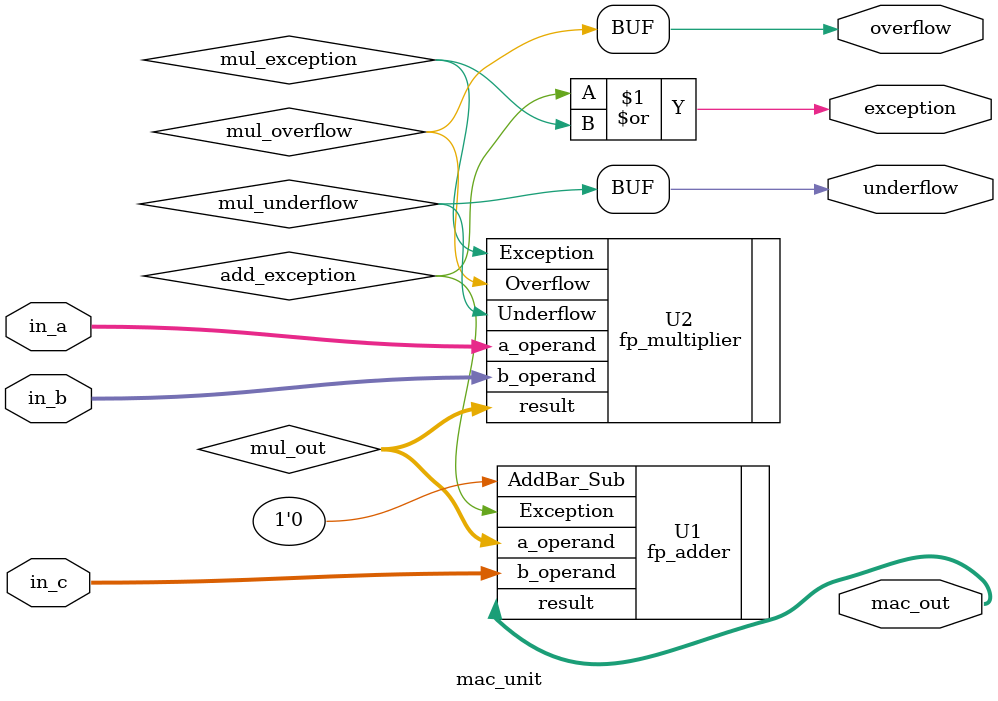
<source format=v>


module mac_unit #(
parameter BIT_WIDTH = 16,
parameter SIGN_WIDTH = 1,
parameter EXP_WIDTH = 8,
parameter MANT_WIDTH = 7,
parameter TRUNC_MANTISSA_MBM_BITS = 6
) (
	input     [BIT_WIDTH - 1:0] in_a, // multiplier input1
	input     [BIT_WIDTH - 1:0] in_b, // multiplier input2
	input     [BIT_WIDTH - 1:0] in_c, // adder input2 ; adder input1 = in_a*in_b
	output    [BIT_WIDTH - 1:0] mac_out,
	output						exception, overflow, underflow
);

	wire [BIT_WIDTH - 1:0]	mul_out;
	wire add_exception, mul_exception, mul_overflow, mul_underflow;

	fp_adder #(
		.BIT_WIDTH		(BIT_WIDTH),
		.EXP_WIDTH		(EXP_WIDTH),
		.MANT_WIDTH		(MANT_WIDTH)
	) U1 (
		.a_operand		(mul_out),
		.b_operand		(in_c),
		.AddBar_Sub		(1'b0),
		.Exception		(add_exception),
		.result			(mac_out)
	);

	fp_multiplier #(
		.BIT_WIDTH					(BIT_WIDTH),
		.EXP_WIDTH					(EXP_WIDTH),
		.MANT_WIDTH					(MANT_WIDTH),
		.TRUNC_MANTISSA_MBM_BITS	(TRUNC_MANTISSA_MBM_BITS)
	) U2 (
		.a_operand					(in_a),
		.b_operand					(in_b),
		.Exception					(mul_exception),
		.Overflow					(mul_overflow),
		.Underflow					(mul_underflow),
		.result						(mul_out)
	);

	assign exception	= add_exception | mul_exception;
	assign overflow		= mul_overflow;
	assign underflow	= mul_underflow;

endmodule	

</source>
